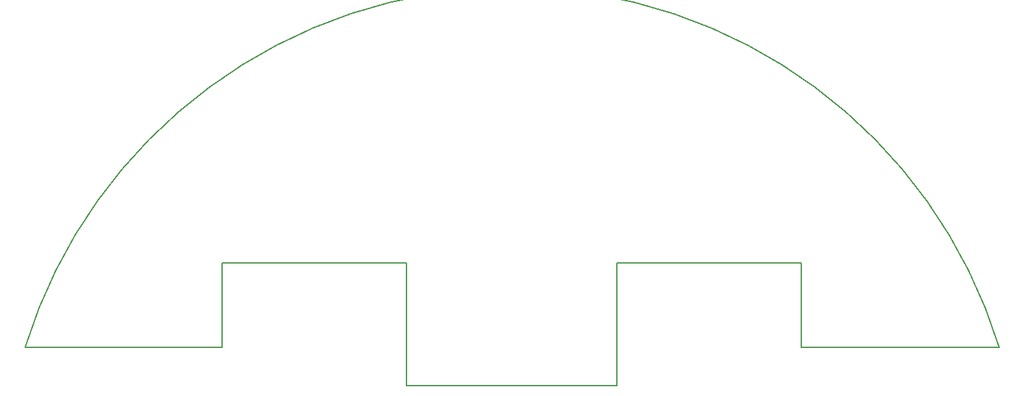
<source format=gm1>
%FSLAX24Y24*%
%MOIN*%
G70*
G01*
G75*
G04 Layer_Color=16711935*
%ADD10R,0.0400X0.0500*%
G04:AMPARAMS|DCode=11|XSize=90.6mil|YSize=295.3mil|CornerRadius=0mil|HoleSize=0mil|Usage=FLASHONLY|Rotation=337.500|XOffset=0mil|YOffset=0mil|HoleType=Round|Shape=Rectangle|*
%AMROTATEDRECTD11*
4,1,4,-0.0983,-0.1191,0.0147,0.1537,0.0983,0.1191,-0.0147,-0.1537,-0.0983,-0.1191,0.0*
%
%ADD11ROTATEDRECTD11*%

%ADD12R,0.0354X0.0315*%
%ADD13R,0.0315X0.0354*%
%ADD14R,0.0500X0.0400*%
%ADD15R,0.0906X0.2953*%
G04:AMPARAMS|DCode=16|XSize=90.6mil|YSize=295.3mil|CornerRadius=0mil|HoleSize=0mil|Usage=FLASHONLY|Rotation=22.500|XOffset=0mil|YOffset=0mil|HoleType=Round|Shape=Rectangle|*
%AMROTATEDRECTD16*
4,1,4,0.0147,-0.1537,-0.0983,0.1191,-0.0147,0.1537,0.0983,-0.1191,0.0147,-0.1537,0.0*
%
%ADD16ROTATEDRECTD16*%

%ADD17R,0.0591X0.0354*%
G04:AMPARAMS|DCode=18|XSize=90.6mil|YSize=295.3mil|CornerRadius=0mil|HoleSize=0mil|Usage=FLASHONLY|Rotation=315.000|XOffset=0mil|YOffset=0mil|HoleType=Round|Shape=Rectangle|*
%AMROTATEDRECTD18*
4,1,4,-0.1364,-0.0724,0.0724,0.1364,0.1364,0.0724,-0.0724,-0.1364,-0.1364,-0.0724,0.0*
%
%ADD18ROTATEDRECTD18*%

G04:AMPARAMS|DCode=19|XSize=90.6mil|YSize=295.3mil|CornerRadius=0mil|HoleSize=0mil|Usage=FLASHONLY|Rotation=45.000|XOffset=0mil|YOffset=0mil|HoleType=Round|Shape=Rectangle|*
%AMROTATEDRECTD19*
4,1,4,0.0724,-0.1364,-0.1364,0.0724,-0.0724,0.1364,0.1364,-0.0724,0.0724,-0.1364,0.0*
%
%ADD19ROTATEDRECTD19*%

%ADD20R,0.0800X0.0800*%
%ADD21C,0.0197*%
%ADD22C,0.0157*%
%ADD23C,0.0315*%
%ADD24C,0.0100*%
%ADD25C,0.1575*%
%ADD26C,0.0700*%
%ADD27C,0.0600*%
%ADD28C,0.0669*%
%ADD29C,0.0500*%
%ADD30C,0.0120*%
%ADD31C,0.0079*%
G54D31*
X25030Y7677D02*
G03*
X-24973Y7687I-25003J-7669D01*
G01*
X-24961Y7677D02*
X-14862D01*
X14862D02*
X25030D01*
X-14862D02*
Y12008D01*
X14862Y7677D02*
Y12008D01*
X-14862D02*
X-5413D01*
Y5709D02*
Y12008D01*
X5413D02*
X14862D01*
X5413Y5709D02*
Y12008D01*
X-5413Y5709D02*
X5413D01*
M02*

</source>
